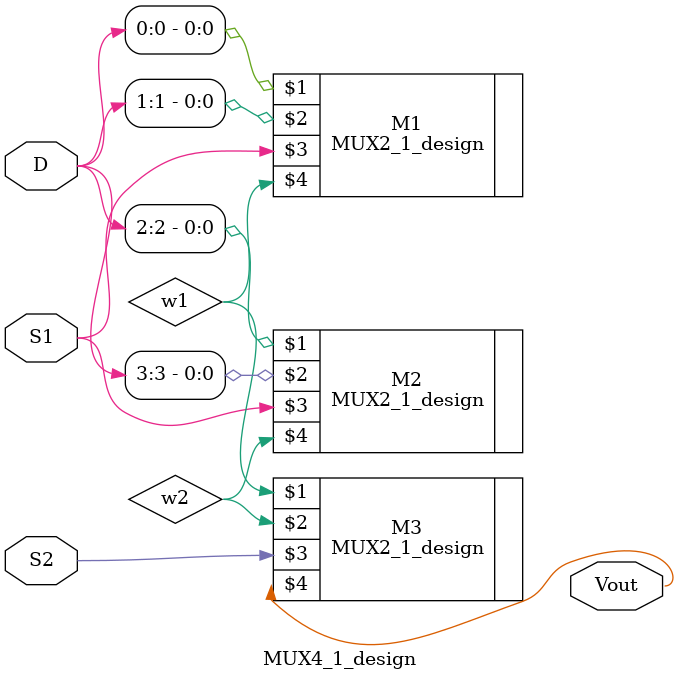
<source format=v>
module MUX4_1_design(
    input [3:0] D,
    input S1, S2,
    output Vout
);

    wire w1, w2;
    
    MUX2_1_design M1(D[0], D[1], S1, w1);
    MUX2_1_design M2(D[2], D[3], S1, w2);
    MUX2_1_design M3(w1, w2, S2, Vout);

endmodule

</source>
